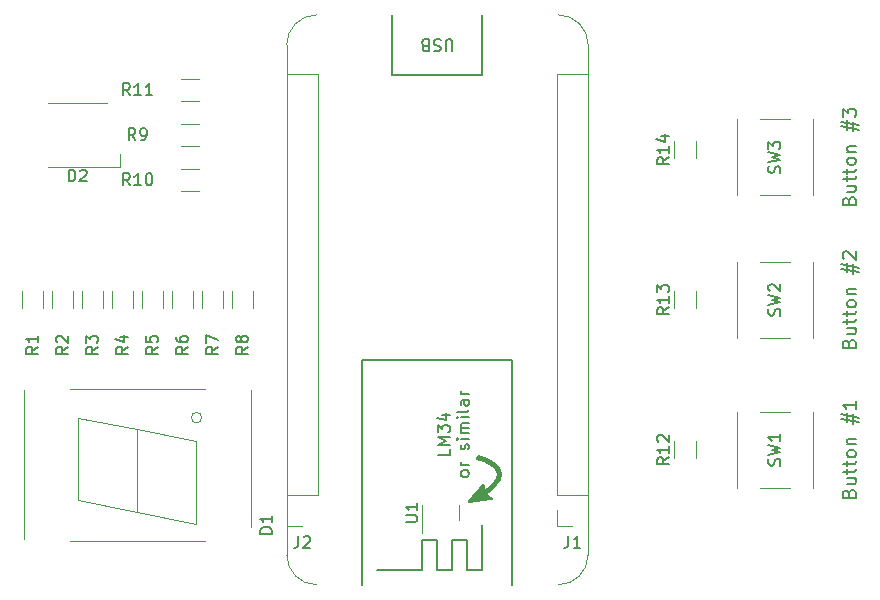
<source format=gbr>
%TF.GenerationSoftware,KiCad,Pcbnew,(5.99.0-9801-g46d71f0d23)*%
%TF.CreationDate,2021-03-18T00:24:41-04:00*%
%TF.ProjectId,PCB-S,5043422d-532e-46b6-9963-61645f706362,rev?*%
%TF.SameCoordinates,Original*%
%TF.FileFunction,Legend,Top*%
%TF.FilePolarity,Positive*%
%FSLAX46Y46*%
G04 Gerber Fmt 4.6, Leading zero omitted, Abs format (unit mm)*
G04 Created by KiCad (PCBNEW (5.99.0-9801-g46d71f0d23)) date 2021-03-18 00:24:41*
%MOMM*%
%LPD*%
G01*
G04 APERTURE LIST*
%ADD10C,0.120000*%
%ADD11C,0.150000*%
%ADD12C,0.203200*%
%ADD13C,0.177800*%
G04 APERTURE END LIST*
D10*
X214690000Y-73025000D02*
G75*
G02*
X212150000Y-75565000I-2540000J0D01*
G01*
D11*
X201930000Y-74295000D02*
X203200000Y-74295000D01*
X203200000Y-74295000D02*
X203200000Y-71755000D01*
X200660000Y-74295000D02*
X200660000Y-71755000D01*
D12*
X206498786Y-68303706D02*
X206497372Y-68305148D01*
X206497372Y-68305148D02*
X206495902Y-68306527D01*
X206495902Y-68306527D02*
X206494382Y-68307843D01*
X206494382Y-68307843D02*
X206492813Y-68309096D01*
X206492813Y-68309096D02*
X206491202Y-68310279D01*
X206491202Y-68310279D02*
X206489540Y-68311396D01*
X206489540Y-68311396D02*
X206487836Y-68312447D01*
X206487836Y-68312447D02*
X206486099Y-68313426D01*
X206486099Y-68313426D02*
X206484319Y-68314336D01*
X206484319Y-68314336D02*
X206482501Y-68315173D01*
X206482501Y-68315173D02*
X206480651Y-68315937D01*
X206480651Y-68315937D02*
X206478772Y-68316626D01*
X206478772Y-68316626D02*
X206476857Y-68317241D01*
X206476857Y-68317241D02*
X206474923Y-68317776D01*
X206474923Y-68317776D02*
X206472960Y-68318235D01*
X206472960Y-68318235D02*
X206470978Y-68318616D01*
X206470978Y-68318616D02*
X204638565Y-68575974D01*
X204638565Y-68575974D02*
X204634458Y-68576310D01*
X204634458Y-68576310D02*
X204630447Y-68576327D01*
X204630447Y-68576327D02*
X204626547Y-68576037D01*
X204626547Y-68576037D02*
X204622764Y-68575460D01*
X204622764Y-68575460D02*
X204619105Y-68574601D01*
X204619105Y-68574601D02*
X204615579Y-68573476D01*
X204615579Y-68573476D02*
X204612190Y-68572103D01*
X204612190Y-68572103D02*
X204608945Y-68570491D01*
X204608945Y-68570491D02*
X204605850Y-68568651D01*
X204605850Y-68568651D02*
X204602922Y-68566607D01*
X204602922Y-68566607D02*
X204600158Y-68564359D01*
X204600158Y-68564359D02*
X204597574Y-68561928D01*
X204597574Y-68561928D02*
X204595170Y-68559328D01*
X204595170Y-68559328D02*
X204592952Y-68556570D01*
X204592952Y-68556570D02*
X204590938Y-68553665D01*
X204590938Y-68553665D02*
X204589126Y-68550633D01*
X204589126Y-68550633D02*
X204587530Y-68547484D01*
X204587530Y-68547484D02*
X204586149Y-68544230D01*
X204586149Y-68544230D02*
X204584999Y-68540884D01*
X204584999Y-68540884D02*
X204584080Y-68537461D01*
X204584080Y-68537461D02*
X204583406Y-68533977D01*
X204583406Y-68533977D02*
X204582983Y-68530444D01*
X204582983Y-68530444D02*
X204582812Y-68526874D01*
X204582812Y-68526874D02*
X204582909Y-68523279D01*
X204582909Y-68523279D02*
X204583272Y-68519673D01*
X204583272Y-68519673D02*
X204583920Y-68516075D01*
X204583920Y-68516075D02*
X204584857Y-68512490D01*
X204584857Y-68512490D02*
X204586082Y-68508937D01*
X204586082Y-68508937D02*
X204587609Y-68505428D01*
X204587609Y-68505428D02*
X204589445Y-68501980D01*
X204589445Y-68501980D02*
X204591597Y-68498596D01*
X204591597Y-68498596D02*
X204594076Y-68495301D01*
X204594076Y-68495301D02*
X205823138Y-67109564D01*
X205823138Y-67109564D02*
X205826262Y-67106265D01*
X205826262Y-67106265D02*
X205829539Y-67103342D01*
X205829539Y-67103342D02*
X205832948Y-67100778D01*
X205832948Y-67100778D02*
X205836470Y-67098575D01*
X205836470Y-67098575D02*
X205840086Y-67096723D01*
X205840086Y-67096723D02*
X205843782Y-67095208D01*
X205843782Y-67095208D02*
X205847541Y-67094029D01*
X205847541Y-67094029D02*
X205851341Y-67093174D01*
X205851341Y-67093174D02*
X205855170Y-67092631D01*
X205855170Y-67092631D02*
X205859003Y-67092402D01*
X205859003Y-67092402D02*
X205862829Y-67092473D01*
X205862829Y-67092473D02*
X205866625Y-67092834D01*
X205866625Y-67092834D02*
X205870381Y-67093485D01*
X205870381Y-67093485D02*
X205874075Y-67094402D01*
X205874075Y-67094402D02*
X205877687Y-67095595D01*
X205877687Y-67095595D02*
X205881202Y-67097045D01*
X205881202Y-67097045D02*
X205884597Y-67098754D01*
X205884597Y-67098754D02*
X205887864Y-67100699D01*
X205887864Y-67100699D02*
X205890982Y-67102887D01*
X205890982Y-67102887D02*
X205893930Y-67105301D01*
X205893930Y-67105301D02*
X205896692Y-67107935D01*
X205896692Y-67107935D02*
X205899249Y-67110777D01*
X205899249Y-67110777D02*
X205901587Y-67113825D01*
X205901587Y-67113825D02*
X205903691Y-67117070D01*
X205903691Y-67117070D02*
X205905532Y-67120505D01*
X205905532Y-67120505D02*
X205907100Y-67124118D01*
X205907100Y-67124118D02*
X205908379Y-67127901D01*
X205908379Y-67127901D02*
X205909347Y-67131850D01*
X205909347Y-67131850D02*
X205909990Y-67135955D01*
X205909990Y-67135955D02*
X205910288Y-67140201D01*
X205910288Y-67140201D02*
X205910224Y-67144596D01*
X205910224Y-67144596D02*
X205909779Y-67149118D01*
X205909779Y-67149118D02*
X205905116Y-67191113D01*
X205905116Y-67191113D02*
X205902135Y-67232982D01*
X205902135Y-67232982D02*
X205900815Y-67274694D01*
X205900815Y-67274694D02*
X205901134Y-67316197D01*
X205901134Y-67316197D02*
X205903072Y-67357456D01*
X205903072Y-67357456D02*
X205906600Y-67398422D01*
X205906600Y-67398422D02*
X205911704Y-67439056D01*
X205911704Y-67439056D02*
X205918359Y-67479319D01*
X205918359Y-67479319D02*
X205926543Y-67519172D01*
X205926543Y-67519172D02*
X205936232Y-67558559D01*
X205936232Y-67558559D02*
X205947407Y-67597451D01*
X205947407Y-67597451D02*
X205960047Y-67635800D01*
X205960047Y-67635800D02*
X205974125Y-67673565D01*
X205974125Y-67673565D02*
X205989624Y-67710706D01*
X205989624Y-67710706D02*
X206006521Y-67747182D01*
X206006521Y-67747182D02*
X206024794Y-67782948D01*
X206024794Y-67782948D02*
X206044421Y-67817959D01*
X206044421Y-67817959D02*
X206065377Y-67852179D01*
X206065377Y-67852179D02*
X206087643Y-67885561D01*
X206087643Y-67885561D02*
X206111199Y-67918067D01*
X206111199Y-67918067D02*
X206136020Y-67949654D01*
X206136020Y-67949654D02*
X206162083Y-67980278D01*
X206162083Y-67980278D02*
X206189368Y-68009898D01*
X206189368Y-68009898D02*
X206217851Y-68038475D01*
X206217851Y-68038475D02*
X206247516Y-68065964D01*
X206247516Y-68065964D02*
X206278335Y-68092319D01*
X206278335Y-68092319D02*
X206310288Y-68117507D01*
X206310288Y-68117507D02*
X206343356Y-68141478D01*
X206343356Y-68141478D02*
X206377510Y-68164195D01*
X206377510Y-68164195D02*
X206412735Y-68185614D01*
X206412735Y-68185614D02*
X206449006Y-68205693D01*
X206449006Y-68205693D02*
X206486303Y-68224391D01*
X206486303Y-68224391D02*
X206489042Y-68225905D01*
X206489042Y-68225905D02*
X206491641Y-68227551D01*
X206491641Y-68227551D02*
X206494098Y-68229329D01*
X206494098Y-68229329D02*
X206496414Y-68231234D01*
X206496414Y-68231234D02*
X206498590Y-68233251D01*
X206498590Y-68233251D02*
X206500614Y-68235377D01*
X206500614Y-68235377D02*
X206502501Y-68237602D01*
X206502501Y-68237602D02*
X206504237Y-68239918D01*
X206504237Y-68239918D02*
X206505827Y-68242321D01*
X206505827Y-68242321D02*
X206507264Y-68244799D01*
X206507264Y-68244799D02*
X206508550Y-68247347D01*
X206508550Y-68247347D02*
X206509690Y-68249957D01*
X206509690Y-68249957D02*
X206510676Y-68252626D01*
X206510676Y-68252626D02*
X206511505Y-68255338D01*
X206511505Y-68255338D02*
X206512181Y-68258089D01*
X206512181Y-68258089D02*
X206512700Y-68260876D01*
X206512700Y-68260876D02*
X206513062Y-68263684D01*
X206513062Y-68263684D02*
X206513265Y-68266512D01*
X206513265Y-68266512D02*
X206513305Y-68269347D01*
X206513305Y-68269347D02*
X206513189Y-68272188D01*
X206513189Y-68272188D02*
X206512911Y-68275023D01*
X206512911Y-68275023D02*
X206512464Y-68277843D01*
X206512464Y-68277843D02*
X206511860Y-68280645D01*
X206511860Y-68280645D02*
X206511083Y-68283418D01*
X206511083Y-68283418D02*
X206510143Y-68286159D01*
X206510143Y-68286159D02*
X206509034Y-68288852D01*
X206509034Y-68288852D02*
X206507758Y-68291496D01*
X206507758Y-68291496D02*
X206506309Y-68294083D01*
X206506309Y-68294083D02*
X206504687Y-68296604D01*
X206504687Y-68296604D02*
X206502893Y-68299053D01*
X206502893Y-68299053D02*
X206500928Y-68301425D01*
X206500928Y-68301425D02*
X206498786Y-68303706D01*
X206498786Y-68303706D02*
X206498786Y-68303706D01*
G36*
X205862829Y-67092473D02*
G01*
X205866625Y-67092834D01*
X205870381Y-67093485D01*
X205874075Y-67094402D01*
X205877687Y-67095595D01*
X205881202Y-67097045D01*
X205884597Y-67098754D01*
X205887864Y-67100699D01*
X205890982Y-67102887D01*
X205893930Y-67105301D01*
X205896692Y-67107935D01*
X205899249Y-67110777D01*
X205901587Y-67113825D01*
X205903691Y-67117070D01*
X205905532Y-67120505D01*
X205907100Y-67124118D01*
X205908379Y-67127901D01*
X205909347Y-67131850D01*
X205909990Y-67135955D01*
X205910288Y-67140201D01*
X205910224Y-67144596D01*
X205909779Y-67149118D01*
X205905116Y-67191113D01*
X205902135Y-67232982D01*
X205900815Y-67274694D01*
X205901134Y-67316197D01*
X205903072Y-67357456D01*
X205906600Y-67398422D01*
X205911704Y-67439056D01*
X205918359Y-67479319D01*
X205926543Y-67519172D01*
X205936232Y-67558559D01*
X205947407Y-67597451D01*
X205960047Y-67635800D01*
X205974125Y-67673565D01*
X205989624Y-67710706D01*
X206006521Y-67747182D01*
X206024794Y-67782948D01*
X206044421Y-67817959D01*
X206065377Y-67852179D01*
X206087643Y-67885561D01*
X206111199Y-67918067D01*
X206136020Y-67949654D01*
X206162083Y-67980278D01*
X206189368Y-68009898D01*
X206217851Y-68038475D01*
X206247516Y-68065964D01*
X206278335Y-68092319D01*
X206310288Y-68117507D01*
X206343356Y-68141478D01*
X206377510Y-68164195D01*
X206412735Y-68185614D01*
X206449006Y-68205693D01*
X206486303Y-68224391D01*
X206489042Y-68225905D01*
X206491641Y-68227551D01*
X206494098Y-68229329D01*
X206496414Y-68231234D01*
X206498590Y-68233251D01*
X206500614Y-68235377D01*
X206502501Y-68237602D01*
X206504237Y-68239918D01*
X206505827Y-68242321D01*
X206507264Y-68244799D01*
X206508550Y-68247347D01*
X206509690Y-68249957D01*
X206510676Y-68252626D01*
X206511505Y-68255338D01*
X206512181Y-68258089D01*
X206512700Y-68260876D01*
X206513062Y-68263684D01*
X206513265Y-68266512D01*
X206513305Y-68269347D01*
X206513189Y-68272188D01*
X206512911Y-68275023D01*
X206512464Y-68277843D01*
X206511860Y-68280645D01*
X206511083Y-68283418D01*
X206510143Y-68286159D01*
X206509034Y-68288852D01*
X206507758Y-68291496D01*
X206506309Y-68294083D01*
X206504687Y-68296604D01*
X206502893Y-68299053D01*
X206500928Y-68301425D01*
X206498786Y-68303706D01*
X206497372Y-68305148D01*
X206495902Y-68306527D01*
X206494382Y-68307843D01*
X206492813Y-68309096D01*
X206491202Y-68310279D01*
X206489540Y-68311396D01*
X206487836Y-68312447D01*
X206486099Y-68313426D01*
X206484319Y-68314336D01*
X206482501Y-68315173D01*
X206480651Y-68315937D01*
X206478772Y-68316626D01*
X206476857Y-68317241D01*
X206474923Y-68317776D01*
X206472960Y-68318235D01*
X206470978Y-68318616D01*
X204638565Y-68575974D01*
X204634458Y-68576310D01*
X204630447Y-68576327D01*
X204626547Y-68576037D01*
X204622764Y-68575460D01*
X204619105Y-68574601D01*
X204615579Y-68573476D01*
X204612190Y-68572103D01*
X204608945Y-68570491D01*
X204605850Y-68568651D01*
X204602922Y-68566607D01*
X204600158Y-68564359D01*
X204597574Y-68561928D01*
X204595170Y-68559328D01*
X204592952Y-68556570D01*
X204590938Y-68553665D01*
X204589126Y-68550633D01*
X204587530Y-68547484D01*
X204586149Y-68544230D01*
X204584999Y-68540884D01*
X204584080Y-68537461D01*
X204583406Y-68533977D01*
X204582983Y-68530444D01*
X204582812Y-68526874D01*
X204582909Y-68523279D01*
X204583272Y-68519673D01*
X204583920Y-68516075D01*
X204584857Y-68512490D01*
X204586082Y-68508937D01*
X204587609Y-68505428D01*
X204589445Y-68501980D01*
X204591597Y-68498596D01*
X204594076Y-68495301D01*
X205823138Y-67109564D01*
X205826262Y-67106265D01*
X205829539Y-67103342D01*
X205832948Y-67100778D01*
X205836470Y-67098575D01*
X205840086Y-67096723D01*
X205843782Y-67095208D01*
X205847541Y-67094029D01*
X205851341Y-67093174D01*
X205855170Y-67092631D01*
X205859003Y-67092402D01*
X205862829Y-67092473D01*
G37*
X205862829Y-67092473D02*
X205866625Y-67092834D01*
X205870381Y-67093485D01*
X205874075Y-67094402D01*
X205877687Y-67095595D01*
X205881202Y-67097045D01*
X205884597Y-67098754D01*
X205887864Y-67100699D01*
X205890982Y-67102887D01*
X205893930Y-67105301D01*
X205896692Y-67107935D01*
X205899249Y-67110777D01*
X205901587Y-67113825D01*
X205903691Y-67117070D01*
X205905532Y-67120505D01*
X205907100Y-67124118D01*
X205908379Y-67127901D01*
X205909347Y-67131850D01*
X205909990Y-67135955D01*
X205910288Y-67140201D01*
X205910224Y-67144596D01*
X205909779Y-67149118D01*
X205905116Y-67191113D01*
X205902135Y-67232982D01*
X205900815Y-67274694D01*
X205901134Y-67316197D01*
X205903072Y-67357456D01*
X205906600Y-67398422D01*
X205911704Y-67439056D01*
X205918359Y-67479319D01*
X205926543Y-67519172D01*
X205936232Y-67558559D01*
X205947407Y-67597451D01*
X205960047Y-67635800D01*
X205974125Y-67673565D01*
X205989624Y-67710706D01*
X206006521Y-67747182D01*
X206024794Y-67782948D01*
X206044421Y-67817959D01*
X206065377Y-67852179D01*
X206087643Y-67885561D01*
X206111199Y-67918067D01*
X206136020Y-67949654D01*
X206162083Y-67980278D01*
X206189368Y-68009898D01*
X206217851Y-68038475D01*
X206247516Y-68065964D01*
X206278335Y-68092319D01*
X206310288Y-68117507D01*
X206343356Y-68141478D01*
X206377510Y-68164195D01*
X206412735Y-68185614D01*
X206449006Y-68205693D01*
X206486303Y-68224391D01*
X206489042Y-68225905D01*
X206491641Y-68227551D01*
X206494098Y-68229329D01*
X206496414Y-68231234D01*
X206498590Y-68233251D01*
X206500614Y-68235377D01*
X206502501Y-68237602D01*
X206504237Y-68239918D01*
X206505827Y-68242321D01*
X206507264Y-68244799D01*
X206508550Y-68247347D01*
X206509690Y-68249957D01*
X206510676Y-68252626D01*
X206511505Y-68255338D01*
X206512181Y-68258089D01*
X206512700Y-68260876D01*
X206513062Y-68263684D01*
X206513265Y-68266512D01*
X206513305Y-68269347D01*
X206513189Y-68272188D01*
X206512911Y-68275023D01*
X206512464Y-68277843D01*
X206511860Y-68280645D01*
X206511083Y-68283418D01*
X206510143Y-68286159D01*
X206509034Y-68288852D01*
X206507758Y-68291496D01*
X206506309Y-68294083D01*
X206504687Y-68296604D01*
X206502893Y-68299053D01*
X206500928Y-68301425D01*
X206498786Y-68303706D01*
X206497372Y-68305148D01*
X206495902Y-68306527D01*
X206494382Y-68307843D01*
X206492813Y-68309096D01*
X206491202Y-68310279D01*
X206489540Y-68311396D01*
X206487836Y-68312447D01*
X206486099Y-68313426D01*
X206484319Y-68314336D01*
X206482501Y-68315173D01*
X206480651Y-68315937D01*
X206478772Y-68316626D01*
X206476857Y-68317241D01*
X206474923Y-68317776D01*
X206472960Y-68318235D01*
X206470978Y-68318616D01*
X204638565Y-68575974D01*
X204634458Y-68576310D01*
X204630447Y-68576327D01*
X204626547Y-68576037D01*
X204622764Y-68575460D01*
X204619105Y-68574601D01*
X204615579Y-68573476D01*
X204612190Y-68572103D01*
X204608945Y-68570491D01*
X204605850Y-68568651D01*
X204602922Y-68566607D01*
X204600158Y-68564359D01*
X204597574Y-68561928D01*
X204595170Y-68559328D01*
X204592952Y-68556570D01*
X204590938Y-68553665D01*
X204589126Y-68550633D01*
X204587530Y-68547484D01*
X204586149Y-68544230D01*
X204584999Y-68540884D01*
X204584080Y-68537461D01*
X204583406Y-68533977D01*
X204582983Y-68530444D01*
X204582812Y-68526874D01*
X204582909Y-68523279D01*
X204583272Y-68519673D01*
X204583920Y-68516075D01*
X204584857Y-68512490D01*
X204586082Y-68508937D01*
X204587609Y-68505428D01*
X204589445Y-68501980D01*
X204591597Y-68498596D01*
X204594076Y-68495301D01*
X205823138Y-67109564D01*
X205826262Y-67106265D01*
X205829539Y-67103342D01*
X205832948Y-67100778D01*
X205836470Y-67098575D01*
X205840086Y-67096723D01*
X205843782Y-67095208D01*
X205847541Y-67094029D01*
X205851341Y-67093174D01*
X205855170Y-67092631D01*
X205859003Y-67092402D01*
X205862829Y-67092473D01*
D11*
X200660000Y-71755000D02*
X201930000Y-71755000D01*
X195580000Y-75565000D02*
X195580000Y-56515000D01*
X195580000Y-56515000D02*
X208280000Y-56515000D01*
X204470000Y-74295000D02*
X205740000Y-74295000D01*
X205740000Y-32385000D02*
X205740000Y-27305000D01*
X201930000Y-71755000D02*
X201930000Y-74295000D01*
X204470000Y-71755000D02*
X204470000Y-74295000D01*
D10*
X189170000Y-32325000D02*
X189170000Y-29845000D01*
X214690000Y-67945000D02*
X214690000Y-73025000D01*
D11*
X198120000Y-32385000D02*
X205740000Y-32385000D01*
X205740000Y-74295000D02*
X205740000Y-70485000D01*
D12*
X207121082Y-66796375D02*
X207063988Y-66889730D01*
X207063988Y-66889730D02*
X206998267Y-66984384D01*
X206998267Y-66984384D02*
X206923624Y-67080398D01*
X206923624Y-67080398D02*
X206839749Y-67177834D01*
X206839749Y-67177834D02*
X206746347Y-67276753D01*
X206746347Y-67276753D02*
X206643123Y-67377215D01*
X206643123Y-67377215D02*
X206529771Y-67479281D01*
X206529771Y-67479281D02*
X206405996Y-67583015D01*
X206405996Y-67583015D02*
X206271494Y-67688475D01*
X206271494Y-67688475D02*
X206125968Y-67795721D01*
X206125968Y-67795721D02*
X205969119Y-67904818D01*
X205969119Y-67904818D02*
X205800642Y-68015826D01*
X205800642Y-68015826D02*
X205620238Y-68128806D01*
X205620238Y-68128806D02*
X205427617Y-68243818D01*
X205427617Y-68243818D02*
X205222468Y-68360925D01*
X205222468Y-68360925D02*
X205004497Y-68480189D01*
X205004497Y-68480189D02*
X204878751Y-68247193D01*
X204878751Y-68247193D02*
X205092499Y-68130095D01*
X205092499Y-68130095D02*
X205293038Y-68015233D01*
X205293038Y-68015233D02*
X205480682Y-67902644D01*
X205480682Y-67902644D02*
X205655747Y-67792370D01*
X205655747Y-67792370D02*
X205818555Y-67684451D01*
X205818555Y-67684451D02*
X205969416Y-67578922D01*
X205969416Y-67578922D02*
X206108646Y-67475829D01*
X206108646Y-67475829D02*
X206236563Y-67375208D01*
X206236563Y-67375208D02*
X206353481Y-67277101D01*
X206353481Y-67277101D02*
X206459716Y-67181547D01*
X206459716Y-67181547D02*
X206555584Y-67088584D01*
X206555584Y-67088584D02*
X206641397Y-66998250D01*
X206641397Y-66998250D02*
X206717479Y-66910596D01*
X206717479Y-66910596D02*
X206784142Y-66825647D01*
X206784142Y-66825647D02*
X206841696Y-66743454D01*
X206841696Y-66743454D02*
X206890463Y-66664052D01*
X206890463Y-66664052D02*
X206911757Y-66625439D01*
X206911757Y-66625439D02*
X206931190Y-66587577D01*
X206931190Y-66587577D02*
X206948800Y-66550448D01*
X206948800Y-66550448D02*
X206964615Y-66514035D01*
X206964615Y-66514035D02*
X206978669Y-66478312D01*
X206978669Y-66478312D02*
X206990996Y-66443265D01*
X206990996Y-66443265D02*
X207001635Y-66408871D01*
X207001635Y-66408871D02*
X207010617Y-66375111D01*
X207010617Y-66375111D02*
X207017981Y-66341967D01*
X207017981Y-66341967D02*
X207023759Y-66309417D01*
X207023759Y-66309417D02*
X207027980Y-66277441D01*
X207027980Y-66277441D02*
X207030685Y-66246022D01*
X207030685Y-66246022D02*
X207031904Y-66215139D01*
X207031904Y-66215139D02*
X207031680Y-66184774D01*
X207031680Y-66184774D02*
X207030033Y-66154907D01*
X207030033Y-66154907D02*
X207027010Y-66125513D01*
X207027010Y-66125513D02*
X207022643Y-66096578D01*
X207022643Y-66096578D02*
X207016961Y-66068080D01*
X207016961Y-66068080D02*
X207010000Y-66040000D01*
X207010000Y-66040000D02*
X207001797Y-66012318D01*
X207001797Y-66012318D02*
X206981801Y-65958070D01*
X206981801Y-65958070D02*
X206957249Y-65905179D01*
X206957249Y-65905179D02*
X206928412Y-65853484D01*
X206928412Y-65853484D02*
X206895563Y-65802835D01*
X206895563Y-65802835D02*
X206858985Y-65753070D01*
X206858985Y-65753070D02*
X206818949Y-65704029D01*
X206818949Y-65704029D02*
X206775480Y-65655940D01*
X206775480Y-65655940D02*
X206728637Y-65609162D01*
X206728637Y-65609162D02*
X206678731Y-65563713D01*
X206678731Y-65563713D02*
X206626067Y-65519622D01*
X206626067Y-65519622D02*
X206570973Y-65476913D01*
X206570973Y-65476913D02*
X206513749Y-65435611D01*
X206513749Y-65435611D02*
X206454704Y-65395744D01*
X206454704Y-65395744D02*
X206394160Y-65357336D01*
X206394160Y-65357336D02*
X206332428Y-65320416D01*
X206332428Y-65320416D02*
X206269817Y-65285003D01*
X206269817Y-65285003D02*
X206143210Y-65218819D01*
X206143210Y-65218819D02*
X206016839Y-65158986D01*
X206016839Y-65158986D02*
X205893205Y-65105714D01*
X205893205Y-65105714D02*
X205775010Y-65059030D01*
X205775010Y-65059030D02*
X205664874Y-65018794D01*
X205664874Y-65018794D02*
X205565168Y-64984935D01*
X205565168Y-64984935D02*
X205478267Y-64957386D01*
X205478267Y-64957386D02*
X205352382Y-64920939D01*
X205352382Y-64920939D02*
X205306201Y-64908914D01*
X205306201Y-64908914D02*
X205369595Y-64651053D01*
X205369595Y-64651053D02*
X205418796Y-64663605D01*
X205418796Y-64663605D02*
X205476469Y-64679453D01*
X205476469Y-64679453D02*
X205552794Y-64701815D01*
X205552794Y-64701815D02*
X205645217Y-64730796D01*
X205645217Y-64730796D02*
X205696668Y-64747800D01*
X205696668Y-64747800D02*
X205751188Y-64766498D01*
X205751188Y-64766498D02*
X205808457Y-64786901D01*
X205808457Y-64786901D02*
X205868157Y-64809027D01*
X205868157Y-64809027D02*
X205929968Y-64832881D01*
X205929968Y-64832881D02*
X205993572Y-64858480D01*
X205993572Y-64858480D02*
X206125136Y-64914885D01*
X206125136Y-64914885D02*
X206260618Y-64978447D01*
X206260618Y-64978447D02*
X206329074Y-65013026D01*
X206329074Y-65013026D02*
X206397601Y-65049538D01*
X206397601Y-65049538D02*
X206465895Y-65088024D01*
X206465895Y-65088024D02*
X206533653Y-65128539D01*
X206533653Y-65128539D02*
X206600577Y-65171124D01*
X206600577Y-65171124D02*
X206666358Y-65215828D01*
X206666358Y-65215828D02*
X206730692Y-65262696D01*
X206730692Y-65262696D02*
X206793280Y-65311772D01*
X206793280Y-65311772D02*
X206853820Y-65363112D01*
X206853820Y-65363112D02*
X206912001Y-65416759D01*
X206912001Y-65416759D02*
X206967531Y-65472761D01*
X206967531Y-65472761D02*
X207020092Y-65531160D01*
X207020092Y-65531160D02*
X207069136Y-65592332D01*
X207069136Y-65592332D02*
X207114071Y-65656532D01*
X207114071Y-65656532D02*
X207154554Y-65723610D01*
X207154554Y-65723610D02*
X207190246Y-65793440D01*
X207190246Y-65793440D02*
X207220810Y-65865886D01*
X207220810Y-65865886D02*
X207245902Y-65940808D01*
X207245902Y-65940808D02*
X207256294Y-65979161D01*
X207256294Y-65979161D02*
X207265185Y-66018076D01*
X207265185Y-66018076D02*
X207272538Y-66057545D01*
X207272538Y-66057545D02*
X207278316Y-66097547D01*
X207278316Y-66097547D02*
X207282467Y-66138067D01*
X207282467Y-66138067D02*
X207284952Y-66179087D01*
X207284952Y-66179087D02*
X207285732Y-66220590D01*
X207285732Y-66220590D02*
X207284762Y-66262561D01*
X207284762Y-66262561D02*
X207281993Y-66304980D01*
X207281993Y-66304980D02*
X207277399Y-66347832D01*
X207277399Y-66347832D02*
X207270918Y-66391097D01*
X207270918Y-66391097D02*
X207262521Y-66434762D01*
X207262521Y-66434762D02*
X207252159Y-66478808D01*
X207252159Y-66478808D02*
X207239790Y-66523218D01*
X207239790Y-66523218D02*
X207225372Y-66567974D01*
X207225372Y-66567974D02*
X207208865Y-66613062D01*
X207208865Y-66613062D02*
X207190226Y-66658464D01*
X207190226Y-66658464D02*
X207169414Y-66704159D01*
X207169414Y-66704159D02*
X207146374Y-66750136D01*
X207146374Y-66750136D02*
X207121082Y-66796375D01*
X207121082Y-66796375D02*
X207121082Y-66796375D01*
G36*
X205418796Y-64663605D02*
G01*
X205476469Y-64679453D01*
X205552794Y-64701815D01*
X205645217Y-64730796D01*
X205696668Y-64747800D01*
X205751188Y-64766498D01*
X205808457Y-64786901D01*
X205868157Y-64809027D01*
X205929968Y-64832881D01*
X205993572Y-64858480D01*
X206125136Y-64914885D01*
X206260618Y-64978447D01*
X206329074Y-65013026D01*
X206397601Y-65049538D01*
X206465895Y-65088024D01*
X206533653Y-65128539D01*
X206600577Y-65171124D01*
X206666358Y-65215828D01*
X206730692Y-65262696D01*
X206793280Y-65311772D01*
X206853820Y-65363112D01*
X206912001Y-65416759D01*
X206967531Y-65472761D01*
X207020092Y-65531160D01*
X207069136Y-65592332D01*
X207114071Y-65656532D01*
X207154554Y-65723610D01*
X207190246Y-65793440D01*
X207220810Y-65865886D01*
X207245902Y-65940808D01*
X207256294Y-65979161D01*
X207265185Y-66018076D01*
X207272538Y-66057545D01*
X207278316Y-66097547D01*
X207282467Y-66138067D01*
X207284952Y-66179087D01*
X207285732Y-66220590D01*
X207284762Y-66262561D01*
X207281993Y-66304980D01*
X207277399Y-66347832D01*
X207270918Y-66391097D01*
X207262521Y-66434762D01*
X207252159Y-66478808D01*
X207239790Y-66523218D01*
X207225372Y-66567974D01*
X207208865Y-66613062D01*
X207190226Y-66658464D01*
X207169414Y-66704159D01*
X207146374Y-66750136D01*
X207121082Y-66796375D01*
X207063988Y-66889730D01*
X206998267Y-66984384D01*
X206923624Y-67080398D01*
X206839749Y-67177834D01*
X206746347Y-67276753D01*
X206643123Y-67377215D01*
X206529771Y-67479281D01*
X206405996Y-67583015D01*
X206271494Y-67688475D01*
X206125968Y-67795721D01*
X205969119Y-67904818D01*
X205800642Y-68015826D01*
X205620238Y-68128806D01*
X205427617Y-68243818D01*
X205222468Y-68360925D01*
X205004497Y-68480189D01*
X204878751Y-68247193D01*
X205092499Y-68130095D01*
X205293038Y-68015233D01*
X205480682Y-67902644D01*
X205655747Y-67792370D01*
X205818555Y-67684451D01*
X205969416Y-67578922D01*
X206108646Y-67475829D01*
X206236563Y-67375208D01*
X206353481Y-67277101D01*
X206459716Y-67181547D01*
X206555584Y-67088584D01*
X206641397Y-66998250D01*
X206717479Y-66910596D01*
X206784142Y-66825647D01*
X206841696Y-66743454D01*
X206890463Y-66664052D01*
X206911757Y-66625439D01*
X206931190Y-66587577D01*
X206948800Y-66550448D01*
X206964615Y-66514035D01*
X206978669Y-66478312D01*
X206990996Y-66443265D01*
X207001635Y-66408871D01*
X207010617Y-66375111D01*
X207017981Y-66341967D01*
X207023759Y-66309417D01*
X207027980Y-66277441D01*
X207030685Y-66246022D01*
X207031904Y-66215139D01*
X207031680Y-66184774D01*
X207030033Y-66154907D01*
X207027010Y-66125513D01*
X207022643Y-66096578D01*
X207016961Y-66068080D01*
X207010000Y-66040000D01*
X207001797Y-66012318D01*
X206981801Y-65958070D01*
X206957249Y-65905179D01*
X206928412Y-65853484D01*
X206895563Y-65802835D01*
X206858985Y-65753070D01*
X206818949Y-65704029D01*
X206775480Y-65655940D01*
X206728637Y-65609162D01*
X206678731Y-65563713D01*
X206626067Y-65519622D01*
X206570973Y-65476913D01*
X206513749Y-65435611D01*
X206454704Y-65395744D01*
X206394160Y-65357336D01*
X206332428Y-65320416D01*
X206269817Y-65285003D01*
X206143210Y-65218819D01*
X206016839Y-65158986D01*
X205893205Y-65105714D01*
X205775010Y-65059030D01*
X205664874Y-65018794D01*
X205565168Y-64984935D01*
X205478267Y-64957386D01*
X205352382Y-64920939D01*
X205306201Y-64908914D01*
X205369595Y-64651053D01*
X205418796Y-64663605D01*
G37*
X205418796Y-64663605D02*
X205476469Y-64679453D01*
X205552794Y-64701815D01*
X205645217Y-64730796D01*
X205696668Y-64747800D01*
X205751188Y-64766498D01*
X205808457Y-64786901D01*
X205868157Y-64809027D01*
X205929968Y-64832881D01*
X205993572Y-64858480D01*
X206125136Y-64914885D01*
X206260618Y-64978447D01*
X206329074Y-65013026D01*
X206397601Y-65049538D01*
X206465895Y-65088024D01*
X206533653Y-65128539D01*
X206600577Y-65171124D01*
X206666358Y-65215828D01*
X206730692Y-65262696D01*
X206793280Y-65311772D01*
X206853820Y-65363112D01*
X206912001Y-65416759D01*
X206967531Y-65472761D01*
X207020092Y-65531160D01*
X207069136Y-65592332D01*
X207114071Y-65656532D01*
X207154554Y-65723610D01*
X207190246Y-65793440D01*
X207220810Y-65865886D01*
X207245902Y-65940808D01*
X207256294Y-65979161D01*
X207265185Y-66018076D01*
X207272538Y-66057545D01*
X207278316Y-66097547D01*
X207282467Y-66138067D01*
X207284952Y-66179087D01*
X207285732Y-66220590D01*
X207284762Y-66262561D01*
X207281993Y-66304980D01*
X207277399Y-66347832D01*
X207270918Y-66391097D01*
X207262521Y-66434762D01*
X207252159Y-66478808D01*
X207239790Y-66523218D01*
X207225372Y-66567974D01*
X207208865Y-66613062D01*
X207190226Y-66658464D01*
X207169414Y-66704159D01*
X207146374Y-66750136D01*
X207121082Y-66796375D01*
X207063988Y-66889730D01*
X206998267Y-66984384D01*
X206923624Y-67080398D01*
X206839749Y-67177834D01*
X206746347Y-67276753D01*
X206643123Y-67377215D01*
X206529771Y-67479281D01*
X206405996Y-67583015D01*
X206271494Y-67688475D01*
X206125968Y-67795721D01*
X205969119Y-67904818D01*
X205800642Y-68015826D01*
X205620238Y-68128806D01*
X205427617Y-68243818D01*
X205222468Y-68360925D01*
X205004497Y-68480189D01*
X204878751Y-68247193D01*
X205092499Y-68130095D01*
X205293038Y-68015233D01*
X205480682Y-67902644D01*
X205655747Y-67792370D01*
X205818555Y-67684451D01*
X205969416Y-67578922D01*
X206108646Y-67475829D01*
X206236563Y-67375208D01*
X206353481Y-67277101D01*
X206459716Y-67181547D01*
X206555584Y-67088584D01*
X206641397Y-66998250D01*
X206717479Y-66910596D01*
X206784142Y-66825647D01*
X206841696Y-66743454D01*
X206890463Y-66664052D01*
X206911757Y-66625439D01*
X206931190Y-66587577D01*
X206948800Y-66550448D01*
X206964615Y-66514035D01*
X206978669Y-66478312D01*
X206990996Y-66443265D01*
X207001635Y-66408871D01*
X207010617Y-66375111D01*
X207017981Y-66341967D01*
X207023759Y-66309417D01*
X207027980Y-66277441D01*
X207030685Y-66246022D01*
X207031904Y-66215139D01*
X207031680Y-66184774D01*
X207030033Y-66154907D01*
X207027010Y-66125513D01*
X207022643Y-66096578D01*
X207016961Y-66068080D01*
X207010000Y-66040000D01*
X207001797Y-66012318D01*
X206981801Y-65958070D01*
X206957249Y-65905179D01*
X206928412Y-65853484D01*
X206895563Y-65802835D01*
X206858985Y-65753070D01*
X206818949Y-65704029D01*
X206775480Y-65655940D01*
X206728637Y-65609162D01*
X206678731Y-65563713D01*
X206626067Y-65519622D01*
X206570973Y-65476913D01*
X206513749Y-65435611D01*
X206454704Y-65395744D01*
X206394160Y-65357336D01*
X206332428Y-65320416D01*
X206269817Y-65285003D01*
X206143210Y-65218819D01*
X206016839Y-65158986D01*
X205893205Y-65105714D01*
X205775010Y-65059030D01*
X205664874Y-65018794D01*
X205565168Y-64984935D01*
X205478267Y-64957386D01*
X205352382Y-64920939D01*
X205306201Y-64908914D01*
X205369595Y-64651053D01*
X205418796Y-64663605D01*
D11*
X198120000Y-27305000D02*
X198120000Y-32385000D01*
D10*
X189170000Y-29845000D02*
G75*
G02*
X191710000Y-27305000I2540000J0D01*
G01*
X189170000Y-67945000D02*
X189170000Y-73025000D01*
D11*
X196850000Y-74295000D02*
X200660000Y-74295000D01*
X203200000Y-71755000D02*
X204470000Y-71755000D01*
X208280000Y-56515000D02*
X208280000Y-75565000D01*
D10*
X214690000Y-32325000D02*
X214690000Y-29845000D01*
X212150000Y-27305000D02*
G75*
G02*
X214690000Y-29845000I0J-2540000D01*
G01*
X191710000Y-75565000D02*
G75*
G02*
X189170000Y-73025000I0J2540000D01*
G01*
D13*
X236773357Y-67808928D02*
X236827785Y-67645642D01*
X236882214Y-67591214D01*
X236991071Y-67536785D01*
X237154357Y-67536785D01*
X237263214Y-67591214D01*
X237317642Y-67645642D01*
X237372071Y-67754500D01*
X237372071Y-68189928D01*
X236229071Y-68189928D01*
X236229071Y-67808928D01*
X236283500Y-67700071D01*
X236337928Y-67645642D01*
X236446785Y-67591214D01*
X236555642Y-67591214D01*
X236664500Y-67645642D01*
X236718928Y-67700071D01*
X236773357Y-67808928D01*
X236773357Y-68189928D01*
X236610071Y-66557071D02*
X237372071Y-66557071D01*
X236610071Y-67046928D02*
X237208785Y-67046928D01*
X237317642Y-66992500D01*
X237372071Y-66883642D01*
X237372071Y-66720357D01*
X237317642Y-66611500D01*
X237263214Y-66557071D01*
X236610071Y-66176071D02*
X236610071Y-65740642D01*
X236229071Y-66012785D02*
X237208785Y-66012785D01*
X237317642Y-65958357D01*
X237372071Y-65849500D01*
X237372071Y-65740642D01*
X236610071Y-65522928D02*
X236610071Y-65087500D01*
X236229071Y-65359642D02*
X237208785Y-65359642D01*
X237317642Y-65305214D01*
X237372071Y-65196357D01*
X237372071Y-65087500D01*
X237372071Y-64543214D02*
X237317642Y-64652071D01*
X237263214Y-64706500D01*
X237154357Y-64760928D01*
X236827785Y-64760928D01*
X236718928Y-64706500D01*
X236664500Y-64652071D01*
X236610071Y-64543214D01*
X236610071Y-64379928D01*
X236664500Y-64271071D01*
X236718928Y-64216642D01*
X236827785Y-64162214D01*
X237154357Y-64162214D01*
X237263214Y-64216642D01*
X237317642Y-64271071D01*
X237372071Y-64379928D01*
X237372071Y-64543214D01*
X236610071Y-63672357D02*
X237372071Y-63672357D01*
X236718928Y-63672357D02*
X236664500Y-63617928D01*
X236610071Y-63509071D01*
X236610071Y-63345785D01*
X236664500Y-63236928D01*
X236773357Y-63182500D01*
X237372071Y-63182500D01*
X236610071Y-61821785D02*
X236610071Y-61005357D01*
X236120214Y-61495214D02*
X237589785Y-61821785D01*
X237099928Y-61114214D02*
X237099928Y-61930642D01*
X237589785Y-61440785D02*
X236120214Y-61114214D01*
X237372071Y-60025642D02*
X237372071Y-60678785D01*
X237372071Y-60352214D02*
X236229071Y-60352214D01*
X236392357Y-60461071D01*
X236501214Y-60569928D01*
X236555642Y-60678785D01*
X236773357Y-55108928D02*
X236827785Y-54945642D01*
X236882214Y-54891214D01*
X236991071Y-54836785D01*
X237154357Y-54836785D01*
X237263214Y-54891214D01*
X237317642Y-54945642D01*
X237372071Y-55054500D01*
X237372071Y-55489928D01*
X236229071Y-55489928D01*
X236229071Y-55108928D01*
X236283500Y-55000071D01*
X236337928Y-54945642D01*
X236446785Y-54891214D01*
X236555642Y-54891214D01*
X236664500Y-54945642D01*
X236718928Y-55000071D01*
X236773357Y-55108928D01*
X236773357Y-55489928D01*
X236610071Y-53857071D02*
X237372071Y-53857071D01*
X236610071Y-54346928D02*
X237208785Y-54346928D01*
X237317642Y-54292500D01*
X237372071Y-54183642D01*
X237372071Y-54020357D01*
X237317642Y-53911500D01*
X237263214Y-53857071D01*
X236610071Y-53476071D02*
X236610071Y-53040642D01*
X236229071Y-53312785D02*
X237208785Y-53312785D01*
X237317642Y-53258357D01*
X237372071Y-53149500D01*
X237372071Y-53040642D01*
X236610071Y-52822928D02*
X236610071Y-52387500D01*
X236229071Y-52659642D02*
X237208785Y-52659642D01*
X237317642Y-52605214D01*
X237372071Y-52496357D01*
X237372071Y-52387500D01*
X237372071Y-51843214D02*
X237317642Y-51952071D01*
X237263214Y-52006500D01*
X237154357Y-52060928D01*
X236827785Y-52060928D01*
X236718928Y-52006500D01*
X236664500Y-51952071D01*
X236610071Y-51843214D01*
X236610071Y-51679928D01*
X236664500Y-51571071D01*
X236718928Y-51516642D01*
X236827785Y-51462214D01*
X237154357Y-51462214D01*
X237263214Y-51516642D01*
X237317642Y-51571071D01*
X237372071Y-51679928D01*
X237372071Y-51843214D01*
X236610071Y-50972357D02*
X237372071Y-50972357D01*
X236718928Y-50972357D02*
X236664500Y-50917928D01*
X236610071Y-50809071D01*
X236610071Y-50645785D01*
X236664500Y-50536928D01*
X236773357Y-50482500D01*
X237372071Y-50482500D01*
X236610071Y-49121785D02*
X236610071Y-48305357D01*
X236120214Y-48795214D02*
X237589785Y-49121785D01*
X237099928Y-48414214D02*
X237099928Y-49230642D01*
X237589785Y-48740785D02*
X236120214Y-48414214D01*
X236337928Y-47978785D02*
X236283500Y-47924357D01*
X236229071Y-47815500D01*
X236229071Y-47543357D01*
X236283500Y-47434500D01*
X236337928Y-47380071D01*
X236446785Y-47325642D01*
X236555642Y-47325642D01*
X236718928Y-47380071D01*
X237372071Y-48033214D01*
X237372071Y-47325642D01*
D11*
X203191904Y-30392619D02*
X203191904Y-29583095D01*
X203144285Y-29487857D01*
X203096666Y-29440238D01*
X203001428Y-29392619D01*
X202810952Y-29392619D01*
X202715714Y-29440238D01*
X202668095Y-29487857D01*
X202620476Y-29583095D01*
X202620476Y-30392619D01*
X202191904Y-29440238D02*
X202049047Y-29392619D01*
X201810952Y-29392619D01*
X201715714Y-29440238D01*
X201668095Y-29487857D01*
X201620476Y-29583095D01*
X201620476Y-29678333D01*
X201668095Y-29773571D01*
X201715714Y-29821190D01*
X201810952Y-29868809D01*
X202001428Y-29916428D01*
X202096666Y-29964047D01*
X202144285Y-30011666D01*
X202191904Y-30106904D01*
X202191904Y-30202142D01*
X202144285Y-30297380D01*
X202096666Y-30345000D01*
X202001428Y-30392619D01*
X201763333Y-30392619D01*
X201620476Y-30345000D01*
X200858571Y-29916428D02*
X200715714Y-29868809D01*
X200668095Y-29821190D01*
X200620476Y-29725952D01*
X200620476Y-29583095D01*
X200668095Y-29487857D01*
X200715714Y-29440238D01*
X200810952Y-29392619D01*
X201191904Y-29392619D01*
X201191904Y-30392619D01*
X200858571Y-30392619D01*
X200763333Y-30345000D01*
X200715714Y-30297380D01*
X200668095Y-30202142D01*
X200668095Y-30106904D01*
X200715714Y-30011666D01*
X200763333Y-29964047D01*
X200858571Y-29916428D01*
X201191904Y-29916428D01*
D13*
X236773357Y-43043928D02*
X236827785Y-42880642D01*
X236882214Y-42826214D01*
X236991071Y-42771785D01*
X237154357Y-42771785D01*
X237263214Y-42826214D01*
X237317642Y-42880642D01*
X237372071Y-42989500D01*
X237372071Y-43424928D01*
X236229071Y-43424928D01*
X236229071Y-43043928D01*
X236283500Y-42935071D01*
X236337928Y-42880642D01*
X236446785Y-42826214D01*
X236555642Y-42826214D01*
X236664500Y-42880642D01*
X236718928Y-42935071D01*
X236773357Y-43043928D01*
X236773357Y-43424928D01*
X236610071Y-41792071D02*
X237372071Y-41792071D01*
X236610071Y-42281928D02*
X237208785Y-42281928D01*
X237317642Y-42227500D01*
X237372071Y-42118642D01*
X237372071Y-41955357D01*
X237317642Y-41846500D01*
X237263214Y-41792071D01*
X236610071Y-41411071D02*
X236610071Y-40975642D01*
X236229071Y-41247785D02*
X237208785Y-41247785D01*
X237317642Y-41193357D01*
X237372071Y-41084500D01*
X237372071Y-40975642D01*
X236610071Y-40757928D02*
X236610071Y-40322500D01*
X236229071Y-40594642D02*
X237208785Y-40594642D01*
X237317642Y-40540214D01*
X237372071Y-40431357D01*
X237372071Y-40322500D01*
X237372071Y-39778214D02*
X237317642Y-39887071D01*
X237263214Y-39941500D01*
X237154357Y-39995928D01*
X236827785Y-39995928D01*
X236718928Y-39941500D01*
X236664500Y-39887071D01*
X236610071Y-39778214D01*
X236610071Y-39614928D01*
X236664500Y-39506071D01*
X236718928Y-39451642D01*
X236827785Y-39397214D01*
X237154357Y-39397214D01*
X237263214Y-39451642D01*
X237317642Y-39506071D01*
X237372071Y-39614928D01*
X237372071Y-39778214D01*
X236610071Y-38907357D02*
X237372071Y-38907357D01*
X236718928Y-38907357D02*
X236664500Y-38852928D01*
X236610071Y-38744071D01*
X236610071Y-38580785D01*
X236664500Y-38471928D01*
X236773357Y-38417500D01*
X237372071Y-38417500D01*
X236610071Y-37056785D02*
X236610071Y-36240357D01*
X236120214Y-36730214D02*
X237589785Y-37056785D01*
X237099928Y-36349214D02*
X237099928Y-37165642D01*
X237589785Y-36675785D02*
X236120214Y-36349214D01*
X236229071Y-35968214D02*
X236229071Y-35260642D01*
X236664500Y-35641642D01*
X236664500Y-35478357D01*
X236718928Y-35369500D01*
X236773357Y-35315071D01*
X236882214Y-35260642D01*
X237154357Y-35260642D01*
X237263214Y-35315071D01*
X237317642Y-35369500D01*
X237372071Y-35478357D01*
X237372071Y-35804928D01*
X237317642Y-35913785D01*
X237263214Y-35968214D01*
D12*
X202959269Y-64066198D02*
X202959269Y-64550007D01*
X201943269Y-64550007D01*
X202959269Y-63727531D02*
X201943269Y-63727531D01*
X202668983Y-63388864D01*
X201943269Y-63050198D01*
X202959269Y-63050198D01*
X201943269Y-62663150D02*
X201943269Y-62034198D01*
X202330316Y-62372864D01*
X202330316Y-62227722D01*
X202378697Y-62130960D01*
X202427078Y-62082579D01*
X202523840Y-62034198D01*
X202765745Y-62034198D01*
X202862507Y-62082579D01*
X202910888Y-62130960D01*
X202959269Y-62227722D01*
X202959269Y-62518007D01*
X202910888Y-62614769D01*
X202862507Y-62663150D01*
X202281935Y-61163341D02*
X202959269Y-61163341D01*
X201894888Y-61405245D02*
X202620602Y-61647150D01*
X202620602Y-61018198D01*
X204595029Y-66219150D02*
X204546648Y-66315912D01*
X204498267Y-66364293D01*
X204401505Y-66412674D01*
X204111219Y-66412674D01*
X204014457Y-66364293D01*
X203966076Y-66315912D01*
X203917695Y-66219150D01*
X203917695Y-66074007D01*
X203966076Y-65977245D01*
X204014457Y-65928864D01*
X204111219Y-65880484D01*
X204401505Y-65880484D01*
X204498267Y-65928864D01*
X204546648Y-65977245D01*
X204595029Y-66074007D01*
X204595029Y-66219150D01*
X204595029Y-65445055D02*
X203917695Y-65445055D01*
X204111219Y-65445055D02*
X204014457Y-65396674D01*
X203966076Y-65348293D01*
X203917695Y-65251531D01*
X203917695Y-65154769D01*
X204546648Y-64090388D02*
X204595029Y-63993626D01*
X204595029Y-63800103D01*
X204546648Y-63703341D01*
X204449886Y-63654960D01*
X204401505Y-63654960D01*
X204304743Y-63703341D01*
X204256362Y-63800103D01*
X204256362Y-63945245D01*
X204207981Y-64042007D01*
X204111219Y-64090388D01*
X204062838Y-64090388D01*
X203966076Y-64042007D01*
X203917695Y-63945245D01*
X203917695Y-63800103D01*
X203966076Y-63703341D01*
X204595029Y-63219531D02*
X203917695Y-63219531D01*
X203579029Y-63219531D02*
X203627410Y-63267912D01*
X203675790Y-63219531D01*
X203627410Y-63171150D01*
X203579029Y-63219531D01*
X203675790Y-63219531D01*
X204595029Y-62735722D02*
X203917695Y-62735722D01*
X204014457Y-62735722D02*
X203966076Y-62687341D01*
X203917695Y-62590579D01*
X203917695Y-62445436D01*
X203966076Y-62348674D01*
X204062838Y-62300293D01*
X204595029Y-62300293D01*
X204062838Y-62300293D02*
X203966076Y-62251912D01*
X203917695Y-62155150D01*
X203917695Y-62010007D01*
X203966076Y-61913245D01*
X204062838Y-61864864D01*
X204595029Y-61864864D01*
X204595029Y-61381055D02*
X203917695Y-61381055D01*
X203579029Y-61381055D02*
X203627410Y-61429436D01*
X203675790Y-61381055D01*
X203627410Y-61332674D01*
X203579029Y-61381055D01*
X203675790Y-61381055D01*
X204595029Y-60752103D02*
X204546648Y-60848864D01*
X204449886Y-60897245D01*
X203579029Y-60897245D01*
X204595029Y-59929626D02*
X204062838Y-59929626D01*
X203966076Y-59978007D01*
X203917695Y-60074769D01*
X203917695Y-60268293D01*
X203966076Y-60365055D01*
X204546648Y-59929626D02*
X204595029Y-60026388D01*
X204595029Y-60268293D01*
X204546648Y-60365055D01*
X204449886Y-60413436D01*
X204353124Y-60413436D01*
X204256362Y-60365055D01*
X204207981Y-60268293D01*
X204207981Y-60026388D01*
X204159600Y-59929626D01*
X204595029Y-59445817D02*
X203917695Y-59445817D01*
X204111219Y-59445817D02*
X204014457Y-59397436D01*
X203966076Y-59349055D01*
X203917695Y-59252293D01*
X203917695Y-59155531D01*
D11*
%TO.C,R2*%
X170632380Y-55411666D02*
X170156190Y-55745000D01*
X170632380Y-55983095D02*
X169632380Y-55983095D01*
X169632380Y-55602142D01*
X169680000Y-55506904D01*
X169727619Y-55459285D01*
X169822857Y-55411666D01*
X169965714Y-55411666D01*
X170060952Y-55459285D01*
X170108571Y-55506904D01*
X170156190Y-55602142D01*
X170156190Y-55983095D01*
X169727619Y-55030714D02*
X169680000Y-54983095D01*
X169632380Y-54887857D01*
X169632380Y-54649761D01*
X169680000Y-54554523D01*
X169727619Y-54506904D01*
X169822857Y-54459285D01*
X169918095Y-54459285D01*
X170060952Y-54506904D01*
X170632380Y-55078333D01*
X170632380Y-54459285D01*
%TO.C,R9*%
X176363333Y-37917380D02*
X176030000Y-37441190D01*
X175791904Y-37917380D02*
X175791904Y-36917380D01*
X176172857Y-36917380D01*
X176268095Y-36965000D01*
X176315714Y-37012619D01*
X176363333Y-37107857D01*
X176363333Y-37250714D01*
X176315714Y-37345952D01*
X176268095Y-37393571D01*
X176172857Y-37441190D01*
X175791904Y-37441190D01*
X176839523Y-37917380D02*
X177030000Y-37917380D01*
X177125238Y-37869761D01*
X177172857Y-37822142D01*
X177268095Y-37679285D01*
X177315714Y-37488809D01*
X177315714Y-37107857D01*
X177268095Y-37012619D01*
X177220476Y-36965000D01*
X177125238Y-36917380D01*
X176934761Y-36917380D01*
X176839523Y-36965000D01*
X176791904Y-37012619D01*
X176744285Y-37107857D01*
X176744285Y-37345952D01*
X176791904Y-37441190D01*
X176839523Y-37488809D01*
X176934761Y-37536428D01*
X177125238Y-37536428D01*
X177220476Y-37488809D01*
X177268095Y-37441190D01*
X177315714Y-37345952D01*
%TO.C,R7*%
X183332380Y-55411666D02*
X182856190Y-55745000D01*
X183332380Y-55983095D02*
X182332380Y-55983095D01*
X182332380Y-55602142D01*
X182380000Y-55506904D01*
X182427619Y-55459285D01*
X182522857Y-55411666D01*
X182665714Y-55411666D01*
X182760952Y-55459285D01*
X182808571Y-55506904D01*
X182856190Y-55602142D01*
X182856190Y-55983095D01*
X182332380Y-55078333D02*
X182332380Y-54411666D01*
X183332380Y-54840238D01*
%TO.C,SW3*%
X230909761Y-40703333D02*
X230957380Y-40560476D01*
X230957380Y-40322380D01*
X230909761Y-40227142D01*
X230862142Y-40179523D01*
X230766904Y-40131904D01*
X230671666Y-40131904D01*
X230576428Y-40179523D01*
X230528809Y-40227142D01*
X230481190Y-40322380D01*
X230433571Y-40512857D01*
X230385952Y-40608095D01*
X230338333Y-40655714D01*
X230243095Y-40703333D01*
X230147857Y-40703333D01*
X230052619Y-40655714D01*
X230005000Y-40608095D01*
X229957380Y-40512857D01*
X229957380Y-40274761D01*
X230005000Y-40131904D01*
X229957380Y-39798571D02*
X230957380Y-39560476D01*
X230243095Y-39370000D01*
X230957380Y-39179523D01*
X229957380Y-38941428D01*
X229957380Y-38655714D02*
X229957380Y-38036666D01*
X230338333Y-38370000D01*
X230338333Y-38227142D01*
X230385952Y-38131904D01*
X230433571Y-38084285D01*
X230528809Y-38036666D01*
X230766904Y-38036666D01*
X230862142Y-38084285D01*
X230909761Y-38131904D01*
X230957380Y-38227142D01*
X230957380Y-38512857D01*
X230909761Y-38608095D01*
X230862142Y-38655714D01*
%TO.C,R12*%
X221517380Y-64777857D02*
X221041190Y-65111190D01*
X221517380Y-65349285D02*
X220517380Y-65349285D01*
X220517380Y-64968333D01*
X220565000Y-64873095D01*
X220612619Y-64825476D01*
X220707857Y-64777857D01*
X220850714Y-64777857D01*
X220945952Y-64825476D01*
X220993571Y-64873095D01*
X221041190Y-64968333D01*
X221041190Y-65349285D01*
X221517380Y-63825476D02*
X221517380Y-64396904D01*
X221517380Y-64111190D02*
X220517380Y-64111190D01*
X220660238Y-64206428D01*
X220755476Y-64301666D01*
X220803095Y-64396904D01*
X220612619Y-63444523D02*
X220565000Y-63396904D01*
X220517380Y-63301666D01*
X220517380Y-63063571D01*
X220565000Y-62968333D01*
X220612619Y-62920714D01*
X220707857Y-62873095D01*
X220803095Y-62873095D01*
X220945952Y-62920714D01*
X221517380Y-63492142D01*
X221517380Y-62873095D01*
%TO.C,R3*%
X173172380Y-55411666D02*
X172696190Y-55745000D01*
X173172380Y-55983095D02*
X172172380Y-55983095D01*
X172172380Y-55602142D01*
X172220000Y-55506904D01*
X172267619Y-55459285D01*
X172362857Y-55411666D01*
X172505714Y-55411666D01*
X172600952Y-55459285D01*
X172648571Y-55506904D01*
X172696190Y-55602142D01*
X172696190Y-55983095D01*
X172172380Y-55078333D02*
X172172380Y-54459285D01*
X172553333Y-54792619D01*
X172553333Y-54649761D01*
X172600952Y-54554523D01*
X172648571Y-54506904D01*
X172743809Y-54459285D01*
X172981904Y-54459285D01*
X173077142Y-54506904D01*
X173124761Y-54554523D01*
X173172380Y-54649761D01*
X173172380Y-54935476D01*
X173124761Y-55030714D01*
X173077142Y-55078333D01*
%TO.C,R8*%
X185872380Y-55411666D02*
X185396190Y-55745000D01*
X185872380Y-55983095D02*
X184872380Y-55983095D01*
X184872380Y-55602142D01*
X184920000Y-55506904D01*
X184967619Y-55459285D01*
X185062857Y-55411666D01*
X185205714Y-55411666D01*
X185300952Y-55459285D01*
X185348571Y-55506904D01*
X185396190Y-55602142D01*
X185396190Y-55983095D01*
X185300952Y-54840238D02*
X185253333Y-54935476D01*
X185205714Y-54983095D01*
X185110476Y-55030714D01*
X185062857Y-55030714D01*
X184967619Y-54983095D01*
X184920000Y-54935476D01*
X184872380Y-54840238D01*
X184872380Y-54649761D01*
X184920000Y-54554523D01*
X184967619Y-54506904D01*
X185062857Y-54459285D01*
X185110476Y-54459285D01*
X185205714Y-54506904D01*
X185253333Y-54554523D01*
X185300952Y-54649761D01*
X185300952Y-54840238D01*
X185348571Y-54935476D01*
X185396190Y-54983095D01*
X185491428Y-55030714D01*
X185681904Y-55030714D01*
X185777142Y-54983095D01*
X185824761Y-54935476D01*
X185872380Y-54840238D01*
X185872380Y-54649761D01*
X185824761Y-54554523D01*
X185777142Y-54506904D01*
X185681904Y-54459285D01*
X185491428Y-54459285D01*
X185396190Y-54506904D01*
X185348571Y-54554523D01*
X185300952Y-54649761D01*
%TO.C,R14*%
X221517380Y-39377857D02*
X221041190Y-39711190D01*
X221517380Y-39949285D02*
X220517380Y-39949285D01*
X220517380Y-39568333D01*
X220565000Y-39473095D01*
X220612619Y-39425476D01*
X220707857Y-39377857D01*
X220850714Y-39377857D01*
X220945952Y-39425476D01*
X220993571Y-39473095D01*
X221041190Y-39568333D01*
X221041190Y-39949285D01*
X221517380Y-38425476D02*
X221517380Y-38996904D01*
X221517380Y-38711190D02*
X220517380Y-38711190D01*
X220660238Y-38806428D01*
X220755476Y-38901666D01*
X220803095Y-38996904D01*
X220850714Y-37568333D02*
X221517380Y-37568333D01*
X220469761Y-37806428D02*
X221184047Y-38044523D01*
X221184047Y-37425476D01*
%TO.C,R13*%
X221517380Y-52077857D02*
X221041190Y-52411190D01*
X221517380Y-52649285D02*
X220517380Y-52649285D01*
X220517380Y-52268333D01*
X220565000Y-52173095D01*
X220612619Y-52125476D01*
X220707857Y-52077857D01*
X220850714Y-52077857D01*
X220945952Y-52125476D01*
X220993571Y-52173095D01*
X221041190Y-52268333D01*
X221041190Y-52649285D01*
X221517380Y-51125476D02*
X221517380Y-51696904D01*
X221517380Y-51411190D02*
X220517380Y-51411190D01*
X220660238Y-51506428D01*
X220755476Y-51601666D01*
X220803095Y-51696904D01*
X220517380Y-50792142D02*
X220517380Y-50173095D01*
X220898333Y-50506428D01*
X220898333Y-50363571D01*
X220945952Y-50268333D01*
X220993571Y-50220714D01*
X221088809Y-50173095D01*
X221326904Y-50173095D01*
X221422142Y-50220714D01*
X221469761Y-50268333D01*
X221517380Y-50363571D01*
X221517380Y-50649285D01*
X221469761Y-50744523D01*
X221422142Y-50792142D01*
%TO.C,R11*%
X175887142Y-34107380D02*
X175553809Y-33631190D01*
X175315714Y-34107380D02*
X175315714Y-33107380D01*
X175696666Y-33107380D01*
X175791904Y-33155000D01*
X175839523Y-33202619D01*
X175887142Y-33297857D01*
X175887142Y-33440714D01*
X175839523Y-33535952D01*
X175791904Y-33583571D01*
X175696666Y-33631190D01*
X175315714Y-33631190D01*
X176839523Y-34107380D02*
X176268095Y-34107380D01*
X176553809Y-34107380D02*
X176553809Y-33107380D01*
X176458571Y-33250238D01*
X176363333Y-33345476D01*
X176268095Y-33393095D01*
X177791904Y-34107380D02*
X177220476Y-34107380D01*
X177506190Y-34107380D02*
X177506190Y-33107380D01*
X177410952Y-33250238D01*
X177315714Y-33345476D01*
X177220476Y-33393095D01*
%TO.C,SW1*%
X230909761Y-65468333D02*
X230957380Y-65325476D01*
X230957380Y-65087380D01*
X230909761Y-64992142D01*
X230862142Y-64944523D01*
X230766904Y-64896904D01*
X230671666Y-64896904D01*
X230576428Y-64944523D01*
X230528809Y-64992142D01*
X230481190Y-65087380D01*
X230433571Y-65277857D01*
X230385952Y-65373095D01*
X230338333Y-65420714D01*
X230243095Y-65468333D01*
X230147857Y-65468333D01*
X230052619Y-65420714D01*
X230005000Y-65373095D01*
X229957380Y-65277857D01*
X229957380Y-65039761D01*
X230005000Y-64896904D01*
X229957380Y-64563571D02*
X230957380Y-64325476D01*
X230243095Y-64135000D01*
X230957380Y-63944523D01*
X229957380Y-63706428D01*
X230957380Y-62801666D02*
X230957380Y-63373095D01*
X230957380Y-63087380D02*
X229957380Y-63087380D01*
X230100238Y-63182619D01*
X230195476Y-63277857D01*
X230243095Y-63373095D01*
%TO.C,U1*%
X199236380Y-70230904D02*
X200045904Y-70230904D01*
X200141142Y-70183285D01*
X200188761Y-70135666D01*
X200236380Y-70040428D01*
X200236380Y-69849952D01*
X200188761Y-69754714D01*
X200141142Y-69707095D01*
X200045904Y-69659476D01*
X199236380Y-69659476D01*
X200236380Y-68659476D02*
X200236380Y-69230904D01*
X200236380Y-68945190D02*
X199236380Y-68945190D01*
X199379238Y-69040428D01*
X199474476Y-69135666D01*
X199522095Y-69230904D01*
%TO.C,R6*%
X180792380Y-55411666D02*
X180316190Y-55745000D01*
X180792380Y-55983095D02*
X179792380Y-55983095D01*
X179792380Y-55602142D01*
X179840000Y-55506904D01*
X179887619Y-55459285D01*
X179982857Y-55411666D01*
X180125714Y-55411666D01*
X180220952Y-55459285D01*
X180268571Y-55506904D01*
X180316190Y-55602142D01*
X180316190Y-55983095D01*
X179792380Y-54554523D02*
X179792380Y-54745000D01*
X179840000Y-54840238D01*
X179887619Y-54887857D01*
X180030476Y-54983095D01*
X180220952Y-55030714D01*
X180601904Y-55030714D01*
X180697142Y-54983095D01*
X180744761Y-54935476D01*
X180792380Y-54840238D01*
X180792380Y-54649761D01*
X180744761Y-54554523D01*
X180697142Y-54506904D01*
X180601904Y-54459285D01*
X180363809Y-54459285D01*
X180268571Y-54506904D01*
X180220952Y-54554523D01*
X180173333Y-54649761D01*
X180173333Y-54840238D01*
X180220952Y-54935476D01*
X180268571Y-54983095D01*
X180363809Y-55030714D01*
%TO.C,R10*%
X175887142Y-41727380D02*
X175553809Y-41251190D01*
X175315714Y-41727380D02*
X175315714Y-40727380D01*
X175696666Y-40727380D01*
X175791904Y-40775000D01*
X175839523Y-40822619D01*
X175887142Y-40917857D01*
X175887142Y-41060714D01*
X175839523Y-41155952D01*
X175791904Y-41203571D01*
X175696666Y-41251190D01*
X175315714Y-41251190D01*
X176839523Y-41727380D02*
X176268095Y-41727380D01*
X176553809Y-41727380D02*
X176553809Y-40727380D01*
X176458571Y-40870238D01*
X176363333Y-40965476D01*
X176268095Y-41013095D01*
X177458571Y-40727380D02*
X177553809Y-40727380D01*
X177649047Y-40775000D01*
X177696666Y-40822619D01*
X177744285Y-40917857D01*
X177791904Y-41108333D01*
X177791904Y-41346428D01*
X177744285Y-41536904D01*
X177696666Y-41632142D01*
X177649047Y-41679761D01*
X177553809Y-41727380D01*
X177458571Y-41727380D01*
X177363333Y-41679761D01*
X177315714Y-41632142D01*
X177268095Y-41536904D01*
X177220476Y-41346428D01*
X177220476Y-41108333D01*
X177268095Y-40917857D01*
X177315714Y-40822619D01*
X177363333Y-40775000D01*
X177458571Y-40727380D01*
%TO.C,R1*%
X168092380Y-55411666D02*
X167616190Y-55745000D01*
X168092380Y-55983095D02*
X167092380Y-55983095D01*
X167092380Y-55602142D01*
X167140000Y-55506904D01*
X167187619Y-55459285D01*
X167282857Y-55411666D01*
X167425714Y-55411666D01*
X167520952Y-55459285D01*
X167568571Y-55506904D01*
X167616190Y-55602142D01*
X167616190Y-55983095D01*
X168092380Y-54459285D02*
X168092380Y-55030714D01*
X168092380Y-54745000D02*
X167092380Y-54745000D01*
X167235238Y-54840238D01*
X167330476Y-54935476D01*
X167378095Y-55030714D01*
%TO.C,J1*%
X213026666Y-71437380D02*
X213026666Y-72151666D01*
X212979047Y-72294523D01*
X212883809Y-72389761D01*
X212740952Y-72437380D01*
X212645714Y-72437380D01*
X214026666Y-72437380D02*
X213455238Y-72437380D01*
X213740952Y-72437380D02*
X213740952Y-71437380D01*
X213645714Y-71580238D01*
X213550476Y-71675476D01*
X213455238Y-71723095D01*
%TO.C,J2*%
X190166666Y-71437380D02*
X190166666Y-72151666D01*
X190119047Y-72294523D01*
X190023809Y-72389761D01*
X189880952Y-72437380D01*
X189785714Y-72437380D01*
X190595238Y-71532619D02*
X190642857Y-71485000D01*
X190738095Y-71437380D01*
X190976190Y-71437380D01*
X191071428Y-71485000D01*
X191119047Y-71532619D01*
X191166666Y-71627857D01*
X191166666Y-71723095D01*
X191119047Y-71865952D01*
X190547619Y-72437380D01*
X191166666Y-72437380D01*
%TO.C,R4*%
X175712380Y-55411666D02*
X175236190Y-55745000D01*
X175712380Y-55983095D02*
X174712380Y-55983095D01*
X174712380Y-55602142D01*
X174760000Y-55506904D01*
X174807619Y-55459285D01*
X174902857Y-55411666D01*
X175045714Y-55411666D01*
X175140952Y-55459285D01*
X175188571Y-55506904D01*
X175236190Y-55602142D01*
X175236190Y-55983095D01*
X175045714Y-54554523D02*
X175712380Y-54554523D01*
X174664761Y-54792619D02*
X175379047Y-55030714D01*
X175379047Y-54411666D01*
%TO.C,R5*%
X178252380Y-55411666D02*
X177776190Y-55745000D01*
X178252380Y-55983095D02*
X177252380Y-55983095D01*
X177252380Y-55602142D01*
X177300000Y-55506904D01*
X177347619Y-55459285D01*
X177442857Y-55411666D01*
X177585714Y-55411666D01*
X177680952Y-55459285D01*
X177728571Y-55506904D01*
X177776190Y-55602142D01*
X177776190Y-55983095D01*
X177252380Y-54506904D02*
X177252380Y-54983095D01*
X177728571Y-55030714D01*
X177680952Y-54983095D01*
X177633333Y-54887857D01*
X177633333Y-54649761D01*
X177680952Y-54554523D01*
X177728571Y-54506904D01*
X177823809Y-54459285D01*
X178061904Y-54459285D01*
X178157142Y-54506904D01*
X178204761Y-54554523D01*
X178252380Y-54649761D01*
X178252380Y-54887857D01*
X178204761Y-54983095D01*
X178157142Y-55030714D01*
%TO.C,SW2*%
X230909761Y-52768333D02*
X230957380Y-52625476D01*
X230957380Y-52387380D01*
X230909761Y-52292142D01*
X230862142Y-52244523D01*
X230766904Y-52196904D01*
X230671666Y-52196904D01*
X230576428Y-52244523D01*
X230528809Y-52292142D01*
X230481190Y-52387380D01*
X230433571Y-52577857D01*
X230385952Y-52673095D01*
X230338333Y-52720714D01*
X230243095Y-52768333D01*
X230147857Y-52768333D01*
X230052619Y-52720714D01*
X230005000Y-52673095D01*
X229957380Y-52577857D01*
X229957380Y-52339761D01*
X230005000Y-52196904D01*
X229957380Y-51863571D02*
X230957380Y-51625476D01*
X230243095Y-51435000D01*
X230957380Y-51244523D01*
X229957380Y-51006428D01*
X230052619Y-50673095D02*
X230005000Y-50625476D01*
X229957380Y-50530238D01*
X229957380Y-50292142D01*
X230005000Y-50196904D01*
X230052619Y-50149285D01*
X230147857Y-50101666D01*
X230243095Y-50101666D01*
X230385952Y-50149285D01*
X230957380Y-50720714D01*
X230957380Y-50101666D01*
%TO.C,D1*%
X187904380Y-71223095D02*
X186904380Y-71223095D01*
X186904380Y-70985000D01*
X186952000Y-70842142D01*
X187047238Y-70746904D01*
X187142476Y-70699285D01*
X187332952Y-70651666D01*
X187475809Y-70651666D01*
X187666285Y-70699285D01*
X187761523Y-70746904D01*
X187856761Y-70842142D01*
X187904380Y-70985000D01*
X187904380Y-71223095D01*
X187904380Y-69699285D02*
X187904380Y-70270714D01*
X187904380Y-69985000D02*
X186904380Y-69985000D01*
X187047238Y-70080238D01*
X187142476Y-70175476D01*
X187190095Y-70270714D01*
%TO.C,D2*%
X170711904Y-41417380D02*
X170711904Y-40417380D01*
X170950000Y-40417380D01*
X171092857Y-40465000D01*
X171188095Y-40560238D01*
X171235714Y-40655476D01*
X171283333Y-40845952D01*
X171283333Y-40988809D01*
X171235714Y-41179285D01*
X171188095Y-41274523D01*
X171092857Y-41369761D01*
X170950000Y-41417380D01*
X170711904Y-41417380D01*
X171664285Y-40512619D02*
X171711904Y-40465000D01*
X171807142Y-40417380D01*
X172045238Y-40417380D01*
X172140476Y-40465000D01*
X172188095Y-40512619D01*
X172235714Y-40607857D01*
X172235714Y-40703095D01*
X172188095Y-40845952D01*
X171616666Y-41417380D01*
X172235714Y-41417380D01*
D10*
%TO.C,R2*%
X171090000Y-50707936D02*
X171090000Y-52162064D01*
X169270000Y-50707936D02*
X169270000Y-52162064D01*
%TO.C,R9*%
X181702064Y-38375000D02*
X180247936Y-38375000D01*
X181702064Y-36555000D02*
X180247936Y-36555000D01*
%TO.C,R7*%
X183790000Y-50707936D02*
X183790000Y-52162064D01*
X181970000Y-50707936D02*
X181970000Y-52162064D01*
%TO.C,SW3*%
X233735000Y-42600000D02*
X233735000Y-36140000D01*
X227305000Y-42600000D02*
X227275000Y-42600000D01*
X233735000Y-42600000D02*
X233705000Y-42600000D01*
X227275000Y-36140000D02*
X227305000Y-36140000D01*
X227275000Y-42600000D02*
X227275000Y-36140000D01*
X229205000Y-42600000D02*
X231805000Y-42600000D01*
X233735000Y-36140000D02*
X233705000Y-36140000D01*
X229205000Y-36140000D02*
X231805000Y-36140000D01*
%TO.C,R12*%
X221975000Y-64862064D02*
X221975000Y-63407936D01*
X223795000Y-64862064D02*
X223795000Y-63407936D01*
%TO.C,R3*%
X171810000Y-50707936D02*
X171810000Y-52162064D01*
X173630000Y-50707936D02*
X173630000Y-52162064D01*
%TO.C,R8*%
X184510000Y-50707936D02*
X184510000Y-52162064D01*
X186330000Y-50707936D02*
X186330000Y-52162064D01*
%TO.C,R14*%
X223795000Y-39462064D02*
X223795000Y-38007936D01*
X221975000Y-39462064D02*
X221975000Y-38007936D01*
%TO.C,R13*%
X223795000Y-52162064D02*
X223795000Y-50707936D01*
X221975000Y-52162064D02*
X221975000Y-50707936D01*
%TO.C,R11*%
X181702064Y-32745000D02*
X180247936Y-32745000D01*
X181702064Y-34565000D02*
X180247936Y-34565000D01*
%TO.C,SW1*%
X229205000Y-60905000D02*
X231805000Y-60905000D01*
X227275000Y-60905000D02*
X227305000Y-60905000D01*
X233735000Y-60905000D02*
X233705000Y-60905000D01*
X233735000Y-67365000D02*
X233705000Y-67365000D01*
X227275000Y-67365000D02*
X227275000Y-60905000D01*
X233735000Y-67365000D02*
X233735000Y-60905000D01*
X227305000Y-67365000D02*
X227275000Y-67365000D01*
X229205000Y-67365000D02*
X231805000Y-67365000D01*
%TO.C,U1*%
X200624000Y-69469000D02*
X200624000Y-68819000D01*
X200624000Y-69469000D02*
X200624000Y-71144000D01*
X203744000Y-69469000D02*
X203744000Y-68819000D01*
X203744000Y-69469000D02*
X203744000Y-70119000D01*
%TO.C,R6*%
X179430000Y-50707936D02*
X179430000Y-52162064D01*
X181250000Y-50707936D02*
X181250000Y-52162064D01*
%TO.C,R10*%
X181702064Y-40365000D02*
X180247936Y-40365000D01*
X181702064Y-42185000D02*
X180247936Y-42185000D01*
%TO.C,R1*%
X168550000Y-50707936D02*
X168550000Y-52162064D01*
X166730000Y-50707936D02*
X166730000Y-52162064D01*
%TO.C,J1*%
X212030000Y-70545000D02*
X212030000Y-69215000D01*
X214690000Y-67945000D02*
X214690000Y-32325000D01*
X213360000Y-70545000D02*
X212030000Y-70545000D01*
X212030000Y-67945000D02*
X212030000Y-32325000D01*
X214690000Y-32325000D02*
X212030000Y-32325000D01*
X214690000Y-67945000D02*
X212030000Y-67945000D01*
%TO.C,J2*%
X191830000Y-67945000D02*
X189170000Y-67945000D01*
X189170000Y-67945000D02*
X189170000Y-32325000D01*
X189170000Y-70545000D02*
X189170000Y-69215000D01*
X191830000Y-67945000D02*
X191830000Y-32325000D01*
X190500000Y-70545000D02*
X189170000Y-70545000D01*
X191830000Y-32325000D02*
X189170000Y-32325000D01*
%TO.C,R4*%
X174350000Y-50707936D02*
X174350000Y-52162064D01*
X176170000Y-50707936D02*
X176170000Y-52162064D01*
%TO.C,R5*%
X178710000Y-50707936D02*
X178710000Y-52162064D01*
X176890000Y-50707936D02*
X176890000Y-52162064D01*
%TO.C,SW2*%
X233735000Y-48205000D02*
X233705000Y-48205000D01*
X233735000Y-54665000D02*
X233705000Y-54665000D01*
X227275000Y-48205000D02*
X227305000Y-48205000D01*
X229205000Y-54665000D02*
X231805000Y-54665000D01*
X233735000Y-54665000D02*
X233735000Y-48205000D01*
X229205000Y-48205000D02*
X231805000Y-48205000D01*
X227275000Y-54665000D02*
X227275000Y-48205000D01*
X227305000Y-54665000D02*
X227275000Y-54665000D01*
%TO.C,D1*%
X181530000Y-63405000D02*
X176530000Y-62405000D01*
X181530000Y-70405000D02*
X181530000Y-63405000D01*
X171530000Y-61405000D02*
X176530000Y-62405000D01*
X171530000Y-68405000D02*
X176530000Y-69405000D01*
X171530000Y-68405000D02*
X171530000Y-61405000D01*
X176530000Y-62405000D02*
X176530000Y-69405000D01*
X186165000Y-70705000D02*
X186165000Y-59105000D01*
X176530000Y-69405000D02*
X181530000Y-70405000D01*
X166895000Y-59105000D02*
X166895000Y-71705000D01*
X182245000Y-58995000D02*
X170815000Y-58995000D01*
X182245000Y-71815000D02*
X170815000Y-71815000D01*
X181977214Y-61405000D02*
G75*
G03*
X181977214Y-61405000I-447214J0D01*
G01*
%TO.C,D2*%
X175050000Y-39065000D02*
X175050000Y-40165000D01*
X168950000Y-34765000D02*
X173950000Y-34765000D01*
X175050000Y-40165000D02*
X168950000Y-40165000D01*
%TD*%
M02*

</source>
